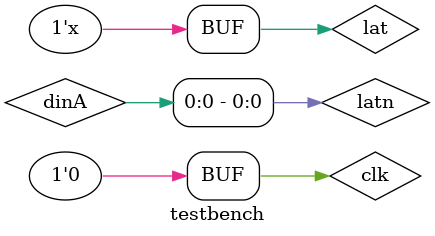
<source format=v>
module testbench;
    reg clk;

    initial begin
         $dumpfile("testbench.vcd");
         $dumpvars(0, testbench);

        #5 clk = 0;
        repeat (10000) begin
            #5 clk = 1;
            #5 clk = 0;
        end

        $display("OKAY");
    end


    reg [2:0] dinA = 0;
    wire doutB,doutB1,doutB2;
	reg lat,latn,latsr = 0;

    top uut (
        .clk (clk ),
        .a (dinA[0] ),
        .pre (dinA[1] ),
        .clr (dinA[2] ),
        .b (doutB ),
        .b1 (doutB1 ),
        .b2 (doutB2 )
    );

    always @(posedge clk) begin
    #3;
    dinA <= dinA + 1;
    end

    	always @*
		if ( clk )
			lat <= dinA[0];


    	always @*
		if ( !clk )
			latn <= dinA[0];


		always @*
		if ( dinA[2] )
			latsr <= 1'b0;
		else if ( dinA[1] )
			latsr <= 1'b1;
		else if ( clk )
			latsr <= dinA[0];

	assert_dff lat_test(.clk(clk), .test(doutB), .pat(lat));
    assert_dff latn_test(.clk(clk), .test(doutB1), .pat(latn));
    assert_dff latsr_test(.clk(clk), .test(doutB2), .pat(latsr));

endmodule

</source>
